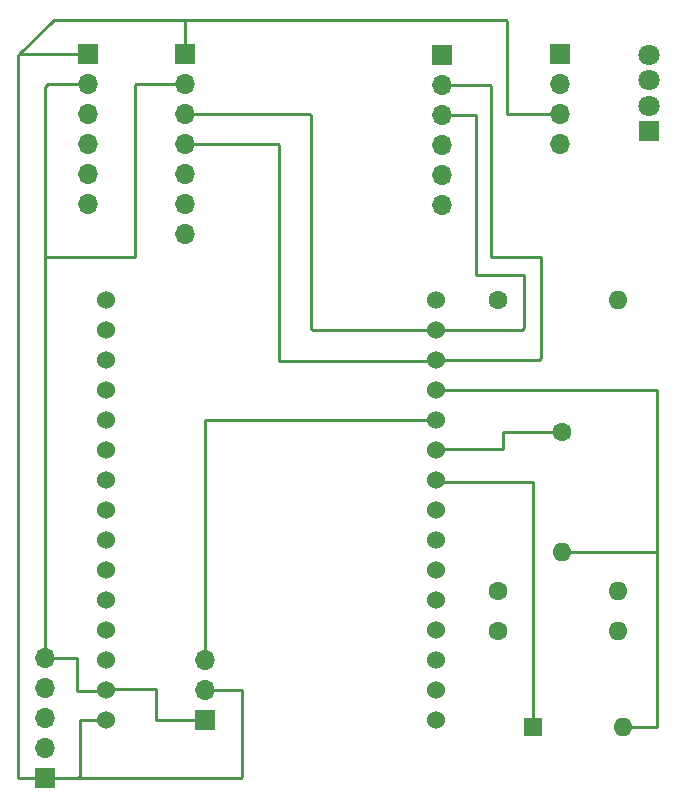
<source format=gbr>
%TF.GenerationSoftware,KiCad,Pcbnew,(5.1.10)-1*%
%TF.CreationDate,2021-10-11T23:46:52-05:00*%
%TF.ProjectId,co2_project,636f325f-7072-46f6-9a65-63742e6b6963,rev?*%
%TF.SameCoordinates,Original*%
%TF.FileFunction,Copper,L2,Bot*%
%TF.FilePolarity,Positive*%
%FSLAX46Y46*%
G04 Gerber Fmt 4.6, Leading zero omitted, Abs format (unit mm)*
G04 Created by KiCad (PCBNEW (5.1.10)-1) date 2021-10-11 23:46:52*
%MOMM*%
%LPD*%
G01*
G04 APERTURE LIST*
%TA.AperFunction,ComponentPad*%
%ADD10O,1.700000X1.700000*%
%TD*%
%TA.AperFunction,ComponentPad*%
%ADD11R,1.700000X1.700000*%
%TD*%
%TA.AperFunction,ComponentPad*%
%ADD12R,1.800000X1.800000*%
%TD*%
%TA.AperFunction,ComponentPad*%
%ADD13C,1.800000*%
%TD*%
%TA.AperFunction,ComponentPad*%
%ADD14C,1.600000*%
%TD*%
%TA.AperFunction,ComponentPad*%
%ADD15O,1.600000X1.600000*%
%TD*%
%TA.AperFunction,ComponentPad*%
%ADD16R,1.600000X1.600000*%
%TD*%
%TA.AperFunction,ComponentPad*%
%ADD17C,1.524000*%
%TD*%
%TA.AperFunction,Conductor*%
%ADD18C,0.250000*%
%TD*%
G04 APERTURE END LIST*
D10*
%TO.P,S8LP,6*%
%TO.N,N/C*%
X141100000Y-82050000D03*
%TO.P,S8LP,5*%
X141100000Y-79510000D03*
%TO.P,S8LP,4*%
X141100000Y-76970000D03*
%TO.P,S8LP,3*%
%TO.N,Net-(U2-Pad29)*%
X141100000Y-74430000D03*
%TO.P,S8LP,2*%
%TO.N,Net-(U2-Pad28)*%
X141100000Y-71890000D03*
D11*
%TO.P,S8LP,1*%
%TO.N,N/C*%
X141100000Y-69350000D03*
%TD*%
D10*
%TO.P,Sen0220/scd30,7*%
%TO.N,N/C*%
X119300000Y-84540000D03*
%TO.P,Sen0220/scd30,6*%
X119300000Y-82000000D03*
%TO.P,Sen0220/scd30,5*%
X119300000Y-79460000D03*
%TO.P,Sen0220/scd30,4*%
%TO.N,Net-(U2-Pad28)*%
X119300000Y-76920000D03*
%TO.P,Sen0220/scd30,3*%
%TO.N,Net-(U2-Pad29)*%
X119300000Y-74380000D03*
%TO.P,Sen0220/scd30,2*%
%TO.N,Net-(J1-Pad5)*%
X119300000Y-71840000D03*
D11*
%TO.P,Sen0220/scd30,1*%
%TO.N,Net-(J1-Pad1)*%
X119300000Y-69300000D03*
%TD*%
D10*
%TO.P,S8LP,6*%
%TO.N,N/C*%
X111100000Y-82000000D03*
%TO.P,S8LP,5*%
X111100000Y-79460000D03*
%TO.P,S8LP,4*%
X111100000Y-76920000D03*
%TO.P,S8LP,3*%
X111100000Y-74380000D03*
%TO.P,S8LP,2*%
%TO.N,Net-(J1-Pad5)*%
X111100000Y-71840000D03*
D11*
%TO.P,S8LP,1*%
%TO.N,Net-(J1-Pad1)*%
X111100000Y-69300000D03*
%TD*%
D10*
%TO.P,5V,5*%
%TO.N,Net-(J1-Pad5)*%
X107500000Y-120390000D03*
%TO.P,5V,4*%
%TO.N,Net-(J1-Pad4)*%
X107500000Y-122930000D03*
%TO.P,5V,3*%
%TO.N,Net-(J1-Pad3)*%
X107500000Y-125470000D03*
%TO.P,5V,2*%
%TO.N,Net-(J1-Pad2)*%
X107500000Y-128010000D03*
D11*
%TO.P,5V,1*%
%TO.N,Net-(J1-Pad1)*%
X107500000Y-130550000D03*
%TD*%
D12*
%TO.P,Led_RGB,1*%
%TO.N,Net-(D1-Pad1)*%
X158600000Y-75800000D03*
D13*
%TO.P,Led_RGB,2*%
%TO.N,Net-(D1-Pad2)*%
X158600000Y-73641000D03*
%TO.P,Led_RGB,3*%
%TO.N,Net-(D1-Pad3)*%
X158600000Y-71482000D03*
%TO.P,Led_RGB,4*%
%TO.N,Net-(D1-Pad4)*%
X158600000Y-69323000D03*
%TD*%
D14*
%TO.P,R1,1*%
%TO.N,Net-(R1-Pad1)*%
X145800000Y-118100000D03*
D15*
%TO.P,R1,2*%
%TO.N,Net-(D1-Pad4)*%
X155960000Y-118100000D03*
%TD*%
%TO.P,R1,2*%
%TO.N,Net-(D1-Pad3)*%
X155960000Y-114700000D03*
D14*
%TO.P,R1,1*%
%TO.N,Net-(R2-Pad1)*%
X145800000Y-114700000D03*
%TD*%
%TO.P,R1,1*%
%TO.N,Net-(R3-Pad1)*%
X145800000Y-90100000D03*
D15*
%TO.P,R1,2*%
%TO.N,Net-(D1-Pad1)*%
X155960000Y-90100000D03*
%TD*%
%TO.P,R2,2*%
%TO.N,Net-(R4-Pad2)*%
X151250000Y-111410000D03*
D14*
%TO.P,R2,1*%
%TO.N,Net-(D1-Pad2)*%
X151250000Y-101250000D03*
%TD*%
D16*
%TO.P,Button,1*%
%TO.N,Net-(SW1-Pad1)*%
X148750000Y-126250000D03*
D15*
%TO.P,Button,2*%
%TO.N,Net-(R4-Pad2)*%
X156370000Y-126250000D03*
%TD*%
D11*
%TO.P,Buzzer,1*%
%TO.N,Net-(J1-Pad5)*%
X121000000Y-125700000D03*
D10*
%TO.P,Buzzer,2*%
%TO.N,Net-(J1-Pad1)*%
X121000000Y-123160000D03*
%TO.P,Buzzer,3*%
%TO.N,Net-(U1-Pad3)*%
X121000000Y-120620000D03*
%TD*%
D17*
%TO.P,ESP8266,1*%
%TO.N,Net-(U2-Pad1)*%
X112630000Y-90080000D03*
%TO.P,ESP8266,2*%
%TO.N,Net-(U2-Pad2)*%
X112630000Y-92620000D03*
%TO.P,ESP8266,3*%
%TO.N,Net-(U2-Pad3)*%
X112630000Y-95160000D03*
%TO.P,ESP8266,4*%
%TO.N,Net-(U2-Pad4)*%
X112630000Y-97700000D03*
%TO.P,ESP8266,5*%
%TO.N,Net-(U2-Pad5)*%
X112630000Y-100240000D03*
%TO.P,ESP8266,6*%
%TO.N,Net-(U2-Pad6)*%
X112630000Y-102780000D03*
%TO.P,ESP8266,7*%
%TO.N,Net-(U2-Pad7)*%
X112630000Y-105320000D03*
%TO.P,ESP8266,8*%
%TO.N,Net-(U2-Pad8)*%
X112630000Y-107860000D03*
%TO.P,ESP8266,9*%
%TO.N,Net-(U2-Pad9)*%
X112630000Y-110400000D03*
%TO.P,ESP8266,10*%
%TO.N,Net-(U2-Pad10)*%
X112630000Y-112940000D03*
%TO.P,ESP8266,11*%
%TO.N,Net-(U2-Pad11)*%
X112630000Y-115480000D03*
%TO.P,ESP8266,12*%
%TO.N,Net-(U2-Pad12)*%
X112630000Y-118020000D03*
%TO.P,ESP8266,13*%
%TO.N,Net-(U2-Pad13)*%
X112630000Y-120560000D03*
%TO.P,ESP8266,14*%
%TO.N,Net-(J1-Pad5)*%
X112630000Y-123100000D03*
%TO.P,ESP8266,15*%
%TO.N,Net-(J1-Pad1)*%
X112630000Y-125640000D03*
%TO.P,ESP8266,16*%
%TO.N,Net-(U2-Pad16)*%
X140570000Y-125640000D03*
%TO.P,ESP8266,17*%
%TO.N,Net-(U2-Pad17)*%
X140570000Y-123100000D03*
%TO.P,ESP8266,18*%
%TO.N,Net-(U2-Pad18)*%
X140570000Y-120560000D03*
%TO.P,ESP8266,19*%
%TO.N,Net-(U2-Pad19)*%
X140570000Y-118020000D03*
%TO.P,ESP8266,20*%
%TO.N,Net-(R1-Pad1)*%
X140570000Y-115480000D03*
%TO.P,ESP8266,21*%
%TO.N,Net-(R2-Pad1)*%
X140570000Y-112940000D03*
%TO.P,ESP8266,22*%
%TO.N,Net-(U2-Pad22)*%
X140570000Y-110400000D03*
%TO.P,ESP8266,23*%
%TO.N,Net-(U2-Pad23)*%
X140570000Y-107860000D03*
%TO.P,ESP8266,24*%
%TO.N,Net-(SW1-Pad1)*%
X140570000Y-105320000D03*
%TO.P,ESP8266,25*%
%TO.N,Net-(D1-Pad2)*%
X140570000Y-102780000D03*
%TO.P,ESP8266,26*%
%TO.N,Net-(U1-Pad3)*%
X140570000Y-100240000D03*
%TO.P,ESP8266,27*%
%TO.N,Net-(R4-Pad2)*%
X140570000Y-97700000D03*
%TO.P,ESP8266,28*%
%TO.N,Net-(U2-Pad28)*%
X140570000Y-95160000D03*
%TO.P,ESP8266,29*%
%TO.N,Net-(U2-Pad29)*%
X140570000Y-92620000D03*
%TO.P,ESP8266,30*%
%TO.N,Net-(R3-Pad1)*%
X140570000Y-90080000D03*
%TD*%
D11*
%TO.P,Display,1*%
%TO.N,Net-(U2-Pad23)*%
X151100000Y-69300000D03*
D10*
%TO.P,Display,2*%
%TO.N,Net-(U2-Pad22)*%
X151100000Y-71840000D03*
%TO.P,Display,3*%
%TO.N,Net-(J1-Pad1)*%
X151100000Y-74380000D03*
%TO.P,Display,4*%
%TO.N,Net-(SW1-Pad1)*%
X151100000Y-76920000D03*
%TD*%
D18*
%TO.N,Net-(D1-Pad2)*%
X151250000Y-101250000D02*
X146250000Y-101250000D01*
X146250000Y-101250000D02*
X146250000Y-102750000D01*
X140600000Y-102750000D02*
X140570000Y-102780000D01*
X146250000Y-102750000D02*
X140600000Y-102750000D01*
%TO.N,Net-(J1-Pad1)*%
X107500000Y-130550000D02*
X110300000Y-130550000D01*
X110300000Y-130550000D02*
X110450000Y-130400000D01*
X110450000Y-130400000D02*
X110450000Y-125700000D01*
X110510000Y-125640000D02*
X112630000Y-125640000D01*
X110450000Y-125700000D02*
X110510000Y-125640000D01*
X121000000Y-123160000D02*
X124110000Y-123160000D01*
X124110000Y-123160000D02*
X124150000Y-123200000D01*
X124150000Y-123200000D02*
X124150000Y-130500000D01*
X124100000Y-130550000D02*
X110300000Y-130550000D01*
X124150000Y-130500000D02*
X124100000Y-130550000D01*
X107500000Y-130550000D02*
X105150000Y-130550000D01*
X105150000Y-130550000D02*
X105150000Y-69450000D01*
X105300000Y-69300000D02*
X111100000Y-69300000D01*
X105150000Y-69450000D02*
X105300000Y-69300000D01*
X108200000Y-66400000D02*
X105300000Y-69300000D01*
X119300000Y-66400000D02*
X108200000Y-66400000D01*
X119300000Y-69300000D02*
X119300000Y-66400000D01*
X151100000Y-74380000D02*
X146580000Y-74380000D01*
X146580000Y-74380000D02*
X146600000Y-74360000D01*
X146600000Y-74360000D02*
X146600000Y-66500000D01*
X146500000Y-66400000D02*
X119300000Y-66400000D01*
X146600000Y-66500000D02*
X146500000Y-66400000D01*
%TO.N,Net-(R4-Pad2)*%
X156370000Y-126250000D02*
X159250000Y-126250000D01*
X140620000Y-97750000D02*
X140570000Y-97700000D01*
X159250000Y-97750000D02*
X140620000Y-97750000D01*
X159160000Y-111410000D02*
X159250000Y-111500000D01*
X159250000Y-111500000D02*
X159250000Y-97750000D01*
X151250000Y-111410000D02*
X159160000Y-111410000D01*
X159250000Y-126250000D02*
X159250000Y-111500000D01*
%TO.N,Net-(SW1-Pad1)*%
X148750000Y-126250000D02*
X148750000Y-105500000D01*
X140750000Y-105500000D02*
X140570000Y-105320000D01*
X148750000Y-105500000D02*
X140750000Y-105500000D01*
%TO.N,Net-(U1-Pad3)*%
X121000000Y-120620000D02*
X121000000Y-100300000D01*
X140510000Y-100300000D02*
X140570000Y-100240000D01*
X121000000Y-100300000D02*
X140510000Y-100300000D01*
%TO.N,Net-(U2-Pad28)*%
X149340000Y-95160000D02*
X140570000Y-95160000D01*
X149500000Y-86500000D02*
X149500000Y-95000000D01*
X145250000Y-86500000D02*
X149500000Y-86500000D01*
X145250000Y-72000000D02*
X145250000Y-86500000D01*
X145140000Y-71890000D02*
X145250000Y-72000000D01*
X149500000Y-95000000D02*
X149340000Y-95160000D01*
X141100000Y-71890000D02*
X145140000Y-71890000D01*
X119300000Y-76920000D02*
X127170000Y-76920000D01*
X127170000Y-76920000D02*
X127250000Y-77000000D01*
X127250000Y-77000000D02*
X127250000Y-95250000D01*
X140480000Y-95250000D02*
X140570000Y-95160000D01*
X127250000Y-95250000D02*
X140480000Y-95250000D01*
%TO.N,Net-(U2-Pad29)*%
X141100000Y-74430000D02*
X143930000Y-74430000D01*
X143930000Y-74430000D02*
X144000000Y-74500000D01*
X144000000Y-74500000D02*
X144000000Y-88000000D01*
X144000000Y-88000000D02*
X148000000Y-88000000D01*
X148000000Y-88000000D02*
X148000000Y-92500000D01*
X147880000Y-92620000D02*
X140570000Y-92620000D01*
X148000000Y-92500000D02*
X147880000Y-92620000D01*
X119300000Y-74380000D02*
X129880000Y-74380000D01*
X129880000Y-74380000D02*
X130000000Y-74500000D01*
X130000000Y-74500000D02*
X130000000Y-92500000D01*
X130120000Y-92620000D02*
X140570000Y-92620000D01*
X130000000Y-92500000D02*
X130120000Y-92620000D01*
%TO.N,Net-(J1-Pad5)*%
X107500000Y-120390000D02*
X110190000Y-120390000D01*
X110190000Y-120390000D02*
X110200000Y-120400000D01*
X110200000Y-120400000D02*
X110200000Y-123200000D01*
X112530000Y-123200000D02*
X112630000Y-123100000D01*
X110200000Y-123200000D02*
X112530000Y-123200000D01*
X107760000Y-71840000D02*
X111100000Y-71840000D01*
X107500000Y-72100000D02*
X107760000Y-71840000D01*
X119300000Y-71840000D02*
X115140000Y-71840000D01*
X115140000Y-71840000D02*
X115100000Y-71880000D01*
X115100000Y-71880000D02*
X115100000Y-86450000D01*
X115100000Y-86450000D02*
X107500000Y-86450000D01*
X107500000Y-86450000D02*
X107500000Y-72100000D01*
X107500000Y-120390000D02*
X107500000Y-86450000D01*
X121000000Y-125700000D02*
X116850000Y-125700000D01*
X116850000Y-125700000D02*
X116850000Y-123000000D01*
X112730000Y-123000000D02*
X112630000Y-123100000D01*
X116850000Y-123000000D02*
X112730000Y-123000000D01*
%TD*%
M02*

</source>
